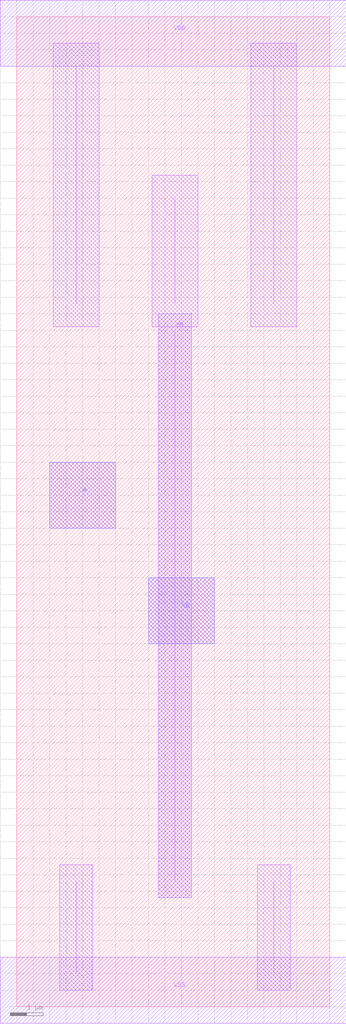
<source format=lef>
VERSION 5.5 ;
NAMESCASESENSITIVE ON ;
BUSBITCHARS "[]" ;
DIVIDERCHAR "/" ;

MACRO inv2
  CLASS CORE ;
  SOURCE USER ;
  ORIGIN 0 0 ;
  SIZE 9.500 BY 30.000 ;
  SYMMETRY X Y ;
  SITE unit ;
 
  PIN A
    USE SIGNAL ;
    PORT
      LAYER ML2 ;
        POLYGON 1.000 14.500  1.000 16.500  3.000 16.500  3.000 14.500  1.000 
        14.500  ;
    END
    PORT
      LAYER ML1 ;
        POLYGON 1.000 14.500  1.000 16.500  3.000 16.500  3.000 14.500  1.000 
        14.500  ;
    END
  END A
  PIN VDD
    USE POWER ;
    PORT
      LAYER ML1 ;
        RECT -0.500 28.500  10.000 30.500  ;
    END
  END VDD
  PIN VSS
    USE GROUND ;
    PORT
      LAYER ML1 ;
        RECT -0.500 -0.500  10.000 1.500  ;
    END
  END VSS
  PIN YB
    USE SIGNAL ;
    PORT
      LAYER ML1 ;
        POLYGON 4.000 11.000  4.000 13.000  6.000 13.000  6.000 11.000  4.000 
        11.000  ;
    END
    PORT
      LAYER ML2 ;
        POLYGON 4.000 11.000  4.000 13.000  6.000 13.000  6.000 11.000  4.000 
        11.000  ;
    END
    PORT
      LAYER ML1 ;
        WIDTH 1.000  ;
        PATH 4.800 20.500 4.800 3.800  ;
    END
  END YB
  OBS

    LAYER ML1 ;

      WIDTH 1.000  ;
      PATH 7.800 1.000 7.800 3.800  ;
      WIDTH 1.400  ;
      PATH 7.800 21.300 7.800 28.500  ;
      WIDTH 1.400  ;
      PATH 1.800 21.300 1.800 28.500  ;
      WIDTH 1.000  ;
      PATH 1.800 1.000 1.800 3.800  ;

      WIDTH 1.400  ;
      PATH 4.800 21.300 4.800 24.500  ;
      WIDTH 1.000  ;
      PATH 4.800 20.500 4.800 3.800  ;

    VIA 1.800 24.500  dcont ;
    VIA 1.800 3.800  dcont ;
    VIA 1.800 20.500  dcont ;
    VIA 1.800 22.500  dcont ;
    VIA 4.800 3.800  dcont ;
    VIA 4.800 24.500  dcont ;
    VIA 4.800 20.500  dcont ;
    VIA 4.800 22.500  dcont ;
    VIA 7.800 24.500  dcont ;
    VIA 7.800 22.500  dcont ;
    VIA 7.800 20.500  dcont ;
    VIA 7.800 3.800  dcont ;
    VIA 5.000 29.500  nsubcont ;
    VIA 2.000 15.500  pcont ;
    VIA 5.000 0.500  psubcont ;
  END
END inv2

MACRO dcont
  CLASS CORE ;
  OBS
    LAYER ML1 ;
      RECT -1.000 -1.000  1.000 1.000  ;
  END
END dcont

MACRO nsubcont
  CLASS CORE ;
  OBS
    LAYER ML1 ;
      RECT -1.000 -1.000  1.000 1.000  ;
  END
END nsubcont

MACRO pcont
  CLASS CORE ;
  OBS
    LAYER ML1 ;
      RECT -1.000 -1.000  1.000 1.000  ;
  END
END pcont

MACRO psubcont
  CLASS CORE ;
  OBS
    LAYER ML1 ;
      RECT -1.000 -1.000  1.000 1.000  ;
  END
END psubcont


END LIBRARY

</source>
